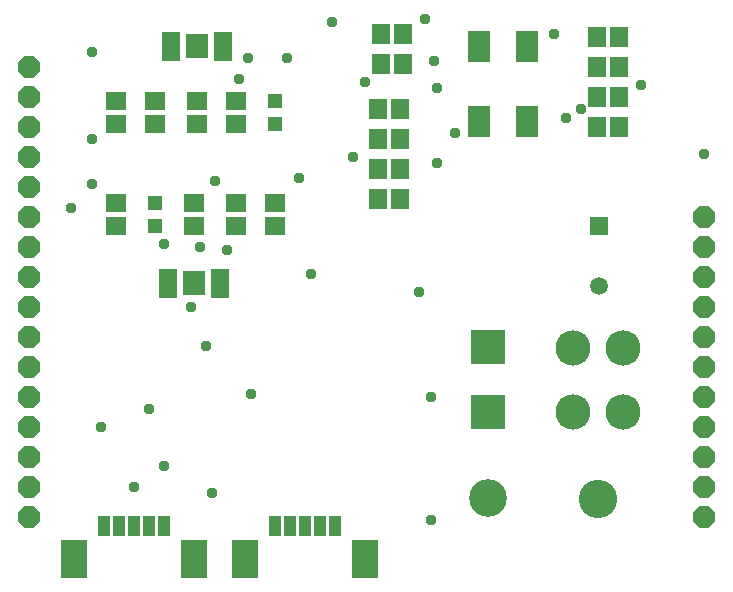
<source format=gbr>
G04 EAGLE Gerber RS-274X export*
G75*
%MOMM*%
%FSLAX34Y34*%
%LPD*%
%INSoldermask Top*%
%IPPOS*%
%AMOC8*
5,1,8,0,0,1.08239X$1,22.5*%
G01*
%ADD10P,1.951982X8X22.500000*%
%ADD11R,1.503200X1.703200*%
%ADD12R,1.981200X0.635000*%
%ADD13R,1.003200X1.803200*%
%ADD14R,2.303200X3.203200*%
%ADD15C,2.978200*%
%ADD16C,3.253200*%
%ADD17R,1.628200X0.503200*%
%ADD18R,1.883200X2.083200*%
%ADD19R,1.703200X1.503200*%
%ADD20R,1.203200X1.203200*%
%ADD21R,2.908300X2.908300*%
%ADD22C,3.200400*%
%ADD23R,1.511200X1.511200*%
%ADD24C,1.511200*%
%ADD25C,0.959600*%


D10*
X33020Y60960D03*
X33020Y86360D03*
X33020Y111760D03*
X33020Y137160D03*
X33020Y162560D03*
X33020Y187960D03*
X33020Y213360D03*
X33020Y238760D03*
X33020Y264160D03*
X33020Y289560D03*
X33020Y314960D03*
X33020Y340360D03*
X33020Y365760D03*
X33020Y391160D03*
X33020Y416560D03*
X33020Y441960D03*
X604520Y60960D03*
X604520Y86360D03*
X604520Y111760D03*
X604520Y137160D03*
X604520Y162560D03*
X604520Y187960D03*
X604520Y213360D03*
X604520Y238760D03*
X604520Y264160D03*
X604520Y289560D03*
X604520Y314960D03*
D11*
X328320Y330200D03*
X347320Y330200D03*
X328320Y381000D03*
X347320Y381000D03*
X532740Y467360D03*
X513740Y467360D03*
X513740Y441960D03*
X532740Y441960D03*
X532740Y391160D03*
X513740Y391160D03*
X532740Y416560D03*
X513740Y416560D03*
X349860Y444500D03*
X330860Y444500D03*
X330860Y469900D03*
X349860Y469900D03*
X328320Y406400D03*
X347320Y406400D03*
X347320Y355600D03*
X328320Y355600D03*
D12*
X413893Y469490D03*
X413893Y462990D03*
X413893Y456490D03*
X413893Y449990D03*
X454787Y449990D03*
X454787Y456490D03*
X454787Y462990D03*
X454787Y469490D03*
X413893Y405990D03*
X413893Y399490D03*
X413893Y392990D03*
X413893Y386490D03*
X454787Y386490D03*
X454787Y392990D03*
X454787Y399490D03*
X454787Y405990D03*
D13*
X241700Y53340D03*
X254200Y53340D03*
X266700Y53340D03*
X279200Y53340D03*
X291700Y53340D03*
D14*
X216100Y25840D03*
X317300Y25840D03*
D15*
X535940Y149860D03*
X493940Y149860D03*
X535940Y204860D03*
X493940Y204860D03*
D16*
X514940Y76860D03*
D13*
X96920Y53340D03*
X109420Y53340D03*
X121920Y53340D03*
X134420Y53340D03*
X146920Y53340D03*
D14*
X71320Y25840D03*
X172520Y25840D03*
D17*
X150600Y269080D03*
X150600Y264080D03*
X150600Y259080D03*
X150600Y254080D03*
X150600Y249080D03*
X194840Y249080D03*
X194840Y254080D03*
X194840Y259080D03*
X194840Y264080D03*
X194840Y269080D03*
D18*
X172720Y259080D03*
D17*
X197380Y449740D03*
X197380Y454740D03*
X197380Y459740D03*
X197380Y464740D03*
X197380Y469740D03*
X153140Y469740D03*
X153140Y464740D03*
X153140Y459740D03*
X153140Y454740D03*
X153140Y449740D03*
D18*
X175260Y459740D03*
D19*
X172720Y327000D03*
X172720Y308000D03*
X139700Y413360D03*
X139700Y394360D03*
X241300Y327000D03*
X241300Y308000D03*
X175260Y394360D03*
X175260Y413360D03*
X106680Y413360D03*
X106680Y394360D03*
X106680Y327000D03*
X106680Y308000D03*
X208280Y327000D03*
X208280Y308000D03*
X208280Y413360D03*
X208280Y394360D03*
D20*
X139700Y327500D03*
X139700Y307500D03*
X241300Y393860D03*
X241300Y413860D03*
D21*
X422008Y150546D03*
D22*
X422008Y77648D03*
D21*
X422008Y205664D03*
D23*
X515620Y307340D03*
D24*
X515620Y257340D03*
D25*
X271780Y266700D03*
X93980Y137160D03*
X261620Y347980D03*
X86360Y381000D03*
X190500Y345440D03*
X200660Y287020D03*
X86360Y342900D03*
X317500Y429260D03*
X307340Y365760D03*
X551180Y426720D03*
X121920Y86360D03*
X368300Y482600D03*
X604520Y368300D03*
X220980Y165100D03*
X378460Y360680D03*
X363220Y251460D03*
X373380Y58420D03*
X182880Y205740D03*
X187960Y81280D03*
X68580Y322580D03*
X86360Y454660D03*
X373380Y162560D03*
X210820Y431800D03*
X375920Y447040D03*
X177800Y289560D03*
X487680Y398780D03*
X170180Y238760D03*
X134620Y152400D03*
X147320Y292100D03*
X147320Y104140D03*
X289560Y480060D03*
X477520Y469900D03*
X500380Y406400D03*
X218440Y449580D03*
X251460Y449580D03*
X378460Y424180D03*
X393700Y386080D03*
M02*

</source>
